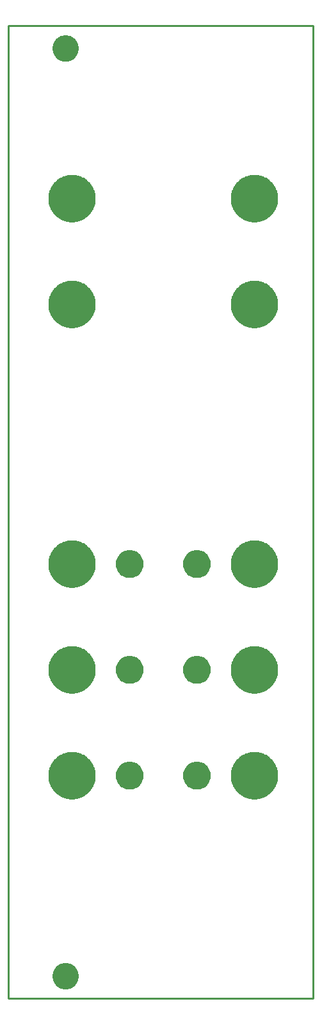
<source format=gbr>
G04 EAGLE Gerber RS-274X export*
G75*
%MOMM*%
%FSLAX34Y34*%
%LPD*%
%IN*%
%IPPOS*%
%AMOC8*
5,1,8,0,0,1.08239X$1,22.5*%
G01*
%ADD10C,3.200000*%
%ADD11C,6.000000*%
%ADD12C,3.400000*%
%ADD13C,0.254000*%


D10*
X75000Y1255000D03*
X75000Y30000D03*
D11*
X83458Y1056875D03*
X83458Y917175D03*
X83458Y574275D03*
X83458Y434575D03*
X83458Y294875D03*
X324758Y294875D03*
X324758Y434575D03*
X324758Y574275D03*
X324758Y917175D03*
X324758Y1056875D03*
D12*
X159658Y294875D03*
X248558Y294875D03*
X159658Y434575D03*
X248558Y434575D03*
X159658Y574275D03*
X248558Y574275D03*
D13*
X0Y0D02*
X403000Y0D01*
X403000Y1285000D01*
X0Y1285000D01*
X0Y0D01*
X91000Y1254476D02*
X91000Y1255524D01*
X90932Y1256569D01*
X90795Y1257608D01*
X90590Y1258635D01*
X90319Y1259647D01*
X89983Y1260639D01*
X89582Y1261607D01*
X89118Y1262546D01*
X88595Y1263454D01*
X88013Y1264325D01*
X87375Y1265156D01*
X86684Y1265943D01*
X85943Y1266684D01*
X85156Y1267375D01*
X84325Y1268013D01*
X83454Y1268595D01*
X82546Y1269118D01*
X81607Y1269582D01*
X80639Y1269983D01*
X79647Y1270319D01*
X78635Y1270590D01*
X77608Y1270795D01*
X76569Y1270932D01*
X75524Y1271000D01*
X74476Y1271000D01*
X73431Y1270932D01*
X72392Y1270795D01*
X71365Y1270590D01*
X70353Y1270319D01*
X69361Y1269983D01*
X68393Y1269582D01*
X67454Y1269118D01*
X66546Y1268595D01*
X65675Y1268013D01*
X64844Y1267375D01*
X64057Y1266684D01*
X63316Y1265943D01*
X62625Y1265156D01*
X61988Y1264325D01*
X61406Y1263454D01*
X60882Y1262546D01*
X60418Y1261607D01*
X60017Y1260639D01*
X59681Y1259647D01*
X59410Y1258635D01*
X59205Y1257608D01*
X59069Y1256569D01*
X59000Y1255524D01*
X59000Y1254476D01*
X59069Y1253431D01*
X59205Y1252392D01*
X59410Y1251365D01*
X59681Y1250353D01*
X60017Y1249361D01*
X60418Y1248393D01*
X60882Y1247454D01*
X61406Y1246546D01*
X61988Y1245675D01*
X62625Y1244844D01*
X63316Y1244057D01*
X64057Y1243316D01*
X64844Y1242625D01*
X65675Y1241988D01*
X66546Y1241406D01*
X67454Y1240882D01*
X68393Y1240418D01*
X69361Y1240017D01*
X70353Y1239681D01*
X71365Y1239410D01*
X72392Y1239205D01*
X73431Y1239069D01*
X74476Y1239000D01*
X75524Y1239000D01*
X76569Y1239069D01*
X77608Y1239205D01*
X78635Y1239410D01*
X79647Y1239681D01*
X80639Y1240017D01*
X81607Y1240418D01*
X82546Y1240882D01*
X83454Y1241406D01*
X84325Y1241988D01*
X85156Y1242625D01*
X85943Y1243316D01*
X86684Y1244057D01*
X87375Y1244844D01*
X88013Y1245675D01*
X88595Y1246546D01*
X89118Y1247454D01*
X89582Y1248393D01*
X89983Y1249361D01*
X90319Y1250353D01*
X90590Y1251365D01*
X90795Y1252392D01*
X90932Y1253431D01*
X91000Y1254476D01*
X91000Y29476D02*
X91000Y30524D01*
X90932Y31569D01*
X90795Y32608D01*
X90590Y33635D01*
X90319Y34647D01*
X89983Y35639D01*
X89582Y36607D01*
X89118Y37546D01*
X88595Y38454D01*
X88013Y39325D01*
X87375Y40156D01*
X86684Y40943D01*
X85943Y41684D01*
X85156Y42375D01*
X84325Y43013D01*
X83454Y43595D01*
X82546Y44118D01*
X81607Y44582D01*
X80639Y44983D01*
X79647Y45319D01*
X78635Y45590D01*
X77608Y45795D01*
X76569Y45932D01*
X75524Y46000D01*
X74476Y46000D01*
X73431Y45932D01*
X72392Y45795D01*
X71365Y45590D01*
X70353Y45319D01*
X69361Y44983D01*
X68393Y44582D01*
X67454Y44118D01*
X66546Y43595D01*
X65675Y43013D01*
X64844Y42375D01*
X64057Y41684D01*
X63316Y40943D01*
X62625Y40156D01*
X61988Y39325D01*
X61406Y38454D01*
X60882Y37546D01*
X60418Y36607D01*
X60017Y35639D01*
X59681Y34647D01*
X59410Y33635D01*
X59205Y32608D01*
X59069Y31569D01*
X59000Y30524D01*
X59000Y29476D01*
X59069Y28431D01*
X59205Y27392D01*
X59410Y26365D01*
X59681Y25353D01*
X60017Y24361D01*
X60418Y23393D01*
X60882Y22454D01*
X61406Y21546D01*
X61988Y20675D01*
X62625Y19844D01*
X63316Y19057D01*
X64057Y18316D01*
X64844Y17625D01*
X65675Y16988D01*
X66546Y16406D01*
X67454Y15882D01*
X68393Y15418D01*
X69361Y15017D01*
X70353Y14681D01*
X71365Y14410D01*
X72392Y14205D01*
X73431Y14069D01*
X74476Y14000D01*
X75524Y14000D01*
X76569Y14069D01*
X77608Y14205D01*
X78635Y14410D01*
X79647Y14681D01*
X80639Y15017D01*
X81607Y15418D01*
X82546Y15882D01*
X83454Y16406D01*
X84325Y16988D01*
X85156Y17625D01*
X85943Y18316D01*
X86684Y19057D01*
X87375Y19844D01*
X88013Y20675D01*
X88595Y21546D01*
X89118Y22454D01*
X89582Y23393D01*
X89983Y24361D01*
X90319Y25353D01*
X90590Y26365D01*
X90795Y27392D01*
X90932Y28431D01*
X91000Y29476D01*
X113458Y1056139D02*
X113458Y1057612D01*
X113385Y1059083D01*
X113241Y1060549D01*
X113025Y1062006D01*
X112738Y1063450D01*
X112380Y1064879D01*
X111952Y1066288D01*
X111456Y1067675D01*
X110892Y1069036D01*
X110263Y1070368D01*
X109568Y1071667D01*
X108811Y1072930D01*
X107993Y1074155D01*
X107115Y1075338D01*
X106181Y1076476D01*
X105192Y1077568D01*
X104150Y1078609D01*
X103059Y1079598D01*
X101920Y1080533D01*
X100737Y1081410D01*
X99512Y1082228D01*
X98249Y1082986D01*
X96950Y1083680D01*
X95619Y1084310D01*
X94258Y1084873D01*
X92871Y1085370D01*
X91461Y1085797D01*
X90033Y1086155D01*
X88588Y1086442D01*
X87131Y1086659D01*
X85665Y1086803D01*
X84194Y1086875D01*
X82721Y1086875D01*
X81250Y1086803D01*
X79784Y1086659D01*
X78327Y1086442D01*
X76883Y1086155D01*
X75454Y1085797D01*
X74044Y1085370D01*
X72658Y1084873D01*
X71297Y1084310D01*
X69965Y1083680D01*
X68666Y1082986D01*
X67403Y1082228D01*
X66178Y1081410D01*
X64995Y1080533D01*
X63857Y1079598D01*
X62765Y1078609D01*
X61724Y1077568D01*
X60735Y1076476D01*
X59800Y1075338D01*
X58923Y1074155D01*
X58104Y1072930D01*
X57347Y1071667D01*
X56653Y1070368D01*
X56023Y1069036D01*
X55459Y1067675D01*
X54963Y1066288D01*
X54536Y1064879D01*
X54178Y1063450D01*
X53890Y1062006D01*
X53674Y1060549D01*
X53530Y1059083D01*
X53458Y1057612D01*
X53458Y1056139D01*
X53530Y1054668D01*
X53674Y1053202D01*
X53890Y1051745D01*
X54178Y1050300D01*
X54536Y1048871D01*
X54963Y1047462D01*
X55459Y1046075D01*
X56023Y1044714D01*
X56653Y1043383D01*
X57347Y1042084D01*
X58104Y1040820D01*
X58923Y1039596D01*
X59800Y1038413D01*
X60735Y1037274D01*
X61724Y1036183D01*
X62765Y1035141D01*
X63857Y1034152D01*
X64995Y1033218D01*
X66178Y1032340D01*
X67403Y1031522D01*
X68666Y1030765D01*
X69965Y1030070D01*
X71297Y1029441D01*
X72658Y1028877D01*
X74044Y1028381D01*
X75454Y1027953D01*
X76883Y1027595D01*
X78327Y1027308D01*
X79784Y1027092D01*
X81250Y1026947D01*
X82721Y1026875D01*
X84194Y1026875D01*
X85665Y1026947D01*
X87131Y1027092D01*
X88588Y1027308D01*
X90033Y1027595D01*
X91461Y1027953D01*
X92871Y1028381D01*
X94258Y1028877D01*
X95619Y1029441D01*
X96950Y1030070D01*
X98249Y1030765D01*
X99512Y1031522D01*
X100737Y1032340D01*
X101920Y1033218D01*
X103059Y1034152D01*
X104150Y1035141D01*
X105192Y1036183D01*
X106181Y1037274D01*
X107115Y1038413D01*
X107993Y1039596D01*
X108811Y1040820D01*
X109568Y1042084D01*
X110263Y1043383D01*
X110892Y1044714D01*
X111456Y1046075D01*
X111952Y1047462D01*
X112380Y1048871D01*
X112738Y1050300D01*
X113025Y1051745D01*
X113241Y1053202D01*
X113385Y1054668D01*
X113458Y1056139D01*
X113458Y916439D02*
X113458Y917912D01*
X113385Y919383D01*
X113241Y920849D01*
X113025Y922306D01*
X112738Y923750D01*
X112380Y925179D01*
X111952Y926588D01*
X111456Y927975D01*
X110892Y929336D01*
X110263Y930668D01*
X109568Y931967D01*
X108811Y933230D01*
X107993Y934455D01*
X107115Y935638D01*
X106181Y936776D01*
X105192Y937868D01*
X104150Y938909D01*
X103059Y939898D01*
X101920Y940833D01*
X100737Y941710D01*
X99512Y942528D01*
X98249Y943286D01*
X96950Y943980D01*
X95619Y944610D01*
X94258Y945173D01*
X92871Y945670D01*
X91461Y946097D01*
X90033Y946455D01*
X88588Y946742D01*
X87131Y946959D01*
X85665Y947103D01*
X84194Y947175D01*
X82721Y947175D01*
X81250Y947103D01*
X79784Y946959D01*
X78327Y946742D01*
X76883Y946455D01*
X75454Y946097D01*
X74044Y945670D01*
X72658Y945173D01*
X71297Y944610D01*
X69965Y943980D01*
X68666Y943286D01*
X67403Y942528D01*
X66178Y941710D01*
X64995Y940833D01*
X63857Y939898D01*
X62765Y938909D01*
X61724Y937868D01*
X60735Y936776D01*
X59800Y935638D01*
X58923Y934455D01*
X58104Y933230D01*
X57347Y931967D01*
X56653Y930668D01*
X56023Y929336D01*
X55459Y927975D01*
X54963Y926588D01*
X54536Y925179D01*
X54178Y923750D01*
X53890Y922306D01*
X53674Y920849D01*
X53530Y919383D01*
X53458Y917912D01*
X53458Y916439D01*
X53530Y914968D01*
X53674Y913502D01*
X53890Y912045D01*
X54178Y910600D01*
X54536Y909171D01*
X54963Y907762D01*
X55459Y906375D01*
X56023Y905014D01*
X56653Y903683D01*
X57347Y902384D01*
X58104Y901120D01*
X58923Y899896D01*
X59800Y898713D01*
X60735Y897574D01*
X61724Y896483D01*
X62765Y895441D01*
X63857Y894452D01*
X64995Y893518D01*
X66178Y892640D01*
X67403Y891822D01*
X68666Y891065D01*
X69965Y890370D01*
X71297Y889741D01*
X72658Y889177D01*
X74044Y888681D01*
X75454Y888253D01*
X76883Y887895D01*
X78327Y887608D01*
X79784Y887392D01*
X81250Y887247D01*
X82721Y887175D01*
X84194Y887175D01*
X85665Y887247D01*
X87131Y887392D01*
X88588Y887608D01*
X90033Y887895D01*
X91461Y888253D01*
X92871Y888681D01*
X94258Y889177D01*
X95619Y889741D01*
X96950Y890370D01*
X98249Y891065D01*
X99512Y891822D01*
X100737Y892640D01*
X101920Y893518D01*
X103059Y894452D01*
X104150Y895441D01*
X105192Y896483D01*
X106181Y897574D01*
X107115Y898713D01*
X107993Y899896D01*
X108811Y901120D01*
X109568Y902384D01*
X110263Y903683D01*
X110892Y905014D01*
X111456Y906375D01*
X111952Y907762D01*
X112380Y909171D01*
X112738Y910600D01*
X113025Y912045D01*
X113241Y913502D01*
X113385Y914968D01*
X113458Y916439D01*
X113458Y573539D02*
X113458Y575012D01*
X113385Y576483D01*
X113241Y577949D01*
X113025Y579406D01*
X112738Y580850D01*
X112380Y582279D01*
X111952Y583688D01*
X111456Y585075D01*
X110892Y586436D01*
X110263Y587768D01*
X109568Y589067D01*
X108811Y590330D01*
X107993Y591555D01*
X107115Y592738D01*
X106181Y593876D01*
X105192Y594968D01*
X104150Y596009D01*
X103059Y596998D01*
X101920Y597933D01*
X100737Y598810D01*
X99512Y599628D01*
X98249Y600386D01*
X96950Y601080D01*
X95619Y601710D01*
X94258Y602273D01*
X92871Y602770D01*
X91461Y603197D01*
X90033Y603555D01*
X88588Y603842D01*
X87131Y604059D01*
X85665Y604203D01*
X84194Y604275D01*
X82721Y604275D01*
X81250Y604203D01*
X79784Y604059D01*
X78327Y603842D01*
X76883Y603555D01*
X75454Y603197D01*
X74044Y602770D01*
X72658Y602273D01*
X71297Y601710D01*
X69965Y601080D01*
X68666Y600386D01*
X67403Y599628D01*
X66178Y598810D01*
X64995Y597933D01*
X63857Y596998D01*
X62765Y596009D01*
X61724Y594968D01*
X60735Y593876D01*
X59800Y592738D01*
X58923Y591555D01*
X58104Y590330D01*
X57347Y589067D01*
X56653Y587768D01*
X56023Y586436D01*
X55459Y585075D01*
X54963Y583688D01*
X54536Y582279D01*
X54178Y580850D01*
X53890Y579406D01*
X53674Y577949D01*
X53530Y576483D01*
X53458Y575012D01*
X53458Y573539D01*
X53530Y572068D01*
X53674Y570602D01*
X53890Y569145D01*
X54178Y567700D01*
X54536Y566271D01*
X54963Y564862D01*
X55459Y563475D01*
X56023Y562114D01*
X56653Y560783D01*
X57347Y559484D01*
X58104Y558220D01*
X58923Y556996D01*
X59800Y555813D01*
X60735Y554674D01*
X61724Y553583D01*
X62765Y552541D01*
X63857Y551552D01*
X64995Y550618D01*
X66178Y549740D01*
X67403Y548922D01*
X68666Y548165D01*
X69965Y547470D01*
X71297Y546841D01*
X72658Y546277D01*
X74044Y545781D01*
X75454Y545353D01*
X76883Y544995D01*
X78327Y544708D01*
X79784Y544492D01*
X81250Y544347D01*
X82721Y544275D01*
X84194Y544275D01*
X85665Y544347D01*
X87131Y544492D01*
X88588Y544708D01*
X90033Y544995D01*
X91461Y545353D01*
X92871Y545781D01*
X94258Y546277D01*
X95619Y546841D01*
X96950Y547470D01*
X98249Y548165D01*
X99512Y548922D01*
X100737Y549740D01*
X101920Y550618D01*
X103059Y551552D01*
X104150Y552541D01*
X105192Y553583D01*
X106181Y554674D01*
X107115Y555813D01*
X107993Y556996D01*
X108811Y558220D01*
X109568Y559484D01*
X110263Y560783D01*
X110892Y562114D01*
X111456Y563475D01*
X111952Y564862D01*
X112380Y566271D01*
X112738Y567700D01*
X113025Y569145D01*
X113241Y570602D01*
X113385Y572068D01*
X113458Y573539D01*
X113458Y433839D02*
X113458Y435312D01*
X113385Y436783D01*
X113241Y438249D01*
X113025Y439706D01*
X112738Y441150D01*
X112380Y442579D01*
X111952Y443988D01*
X111456Y445375D01*
X110892Y446736D01*
X110263Y448068D01*
X109568Y449367D01*
X108811Y450630D01*
X107993Y451855D01*
X107115Y453038D01*
X106181Y454176D01*
X105192Y455268D01*
X104150Y456309D01*
X103059Y457298D01*
X101920Y458233D01*
X100737Y459110D01*
X99512Y459928D01*
X98249Y460686D01*
X96950Y461380D01*
X95619Y462010D01*
X94258Y462573D01*
X92871Y463070D01*
X91461Y463497D01*
X90033Y463855D01*
X88588Y464142D01*
X87131Y464359D01*
X85665Y464503D01*
X84194Y464575D01*
X82721Y464575D01*
X81250Y464503D01*
X79784Y464359D01*
X78327Y464142D01*
X76883Y463855D01*
X75454Y463497D01*
X74044Y463070D01*
X72658Y462573D01*
X71297Y462010D01*
X69965Y461380D01*
X68666Y460686D01*
X67403Y459928D01*
X66178Y459110D01*
X64995Y458233D01*
X63857Y457298D01*
X62765Y456309D01*
X61724Y455268D01*
X60735Y454176D01*
X59800Y453038D01*
X58923Y451855D01*
X58104Y450630D01*
X57347Y449367D01*
X56653Y448068D01*
X56023Y446736D01*
X55459Y445375D01*
X54963Y443988D01*
X54536Y442579D01*
X54178Y441150D01*
X53890Y439706D01*
X53674Y438249D01*
X53530Y436783D01*
X53458Y435312D01*
X53458Y433839D01*
X53530Y432368D01*
X53674Y430902D01*
X53890Y429445D01*
X54178Y428000D01*
X54536Y426571D01*
X54963Y425162D01*
X55459Y423775D01*
X56023Y422414D01*
X56653Y421083D01*
X57347Y419784D01*
X58104Y418520D01*
X58923Y417296D01*
X59800Y416113D01*
X60735Y414974D01*
X61724Y413883D01*
X62765Y412841D01*
X63857Y411852D01*
X64995Y410918D01*
X66178Y410040D01*
X67403Y409222D01*
X68666Y408465D01*
X69965Y407770D01*
X71297Y407141D01*
X72658Y406577D01*
X74044Y406081D01*
X75454Y405653D01*
X76883Y405295D01*
X78327Y405008D01*
X79784Y404792D01*
X81250Y404647D01*
X82721Y404575D01*
X84194Y404575D01*
X85665Y404647D01*
X87131Y404792D01*
X88588Y405008D01*
X90033Y405295D01*
X91461Y405653D01*
X92871Y406081D01*
X94258Y406577D01*
X95619Y407141D01*
X96950Y407770D01*
X98249Y408465D01*
X99512Y409222D01*
X100737Y410040D01*
X101920Y410918D01*
X103059Y411852D01*
X104150Y412841D01*
X105192Y413883D01*
X106181Y414974D01*
X107115Y416113D01*
X107993Y417296D01*
X108811Y418520D01*
X109568Y419784D01*
X110263Y421083D01*
X110892Y422414D01*
X111456Y423775D01*
X111952Y425162D01*
X112380Y426571D01*
X112738Y428000D01*
X113025Y429445D01*
X113241Y430902D01*
X113385Y432368D01*
X113458Y433839D01*
X113458Y294139D02*
X113458Y295612D01*
X113385Y297083D01*
X113241Y298549D01*
X113025Y300006D01*
X112738Y301450D01*
X112380Y302879D01*
X111952Y304288D01*
X111456Y305675D01*
X110892Y307036D01*
X110263Y308368D01*
X109568Y309667D01*
X108811Y310930D01*
X107993Y312155D01*
X107115Y313338D01*
X106181Y314476D01*
X105192Y315568D01*
X104150Y316609D01*
X103059Y317598D01*
X101920Y318533D01*
X100737Y319410D01*
X99512Y320228D01*
X98249Y320986D01*
X96950Y321680D01*
X95619Y322310D01*
X94258Y322873D01*
X92871Y323370D01*
X91461Y323797D01*
X90033Y324155D01*
X88588Y324442D01*
X87131Y324659D01*
X85665Y324803D01*
X84194Y324875D01*
X82721Y324875D01*
X81250Y324803D01*
X79784Y324659D01*
X78327Y324442D01*
X76883Y324155D01*
X75454Y323797D01*
X74044Y323370D01*
X72658Y322873D01*
X71297Y322310D01*
X69965Y321680D01*
X68666Y320986D01*
X67403Y320228D01*
X66178Y319410D01*
X64995Y318533D01*
X63857Y317598D01*
X62765Y316609D01*
X61724Y315568D01*
X60735Y314476D01*
X59800Y313338D01*
X58923Y312155D01*
X58104Y310930D01*
X57347Y309667D01*
X56653Y308368D01*
X56023Y307036D01*
X55459Y305675D01*
X54963Y304288D01*
X54536Y302879D01*
X54178Y301450D01*
X53890Y300006D01*
X53674Y298549D01*
X53530Y297083D01*
X53458Y295612D01*
X53458Y294139D01*
X53530Y292668D01*
X53674Y291202D01*
X53890Y289745D01*
X54178Y288300D01*
X54536Y286871D01*
X54963Y285462D01*
X55459Y284075D01*
X56023Y282714D01*
X56653Y281383D01*
X57347Y280084D01*
X58104Y278820D01*
X58923Y277596D01*
X59800Y276413D01*
X60735Y275274D01*
X61724Y274183D01*
X62765Y273141D01*
X63857Y272152D01*
X64995Y271218D01*
X66178Y270340D01*
X67403Y269522D01*
X68666Y268765D01*
X69965Y268070D01*
X71297Y267441D01*
X72658Y266877D01*
X74044Y266381D01*
X75454Y265953D01*
X76883Y265595D01*
X78327Y265308D01*
X79784Y265092D01*
X81250Y264947D01*
X82721Y264875D01*
X84194Y264875D01*
X85665Y264947D01*
X87131Y265092D01*
X88588Y265308D01*
X90033Y265595D01*
X91461Y265953D01*
X92871Y266381D01*
X94258Y266877D01*
X95619Y267441D01*
X96950Y268070D01*
X98249Y268765D01*
X99512Y269522D01*
X100737Y270340D01*
X101920Y271218D01*
X103059Y272152D01*
X104150Y273141D01*
X105192Y274183D01*
X106181Y275274D01*
X107115Y276413D01*
X107993Y277596D01*
X108811Y278820D01*
X109568Y280084D01*
X110263Y281383D01*
X110892Y282714D01*
X111456Y284075D01*
X111952Y285462D01*
X112380Y286871D01*
X112738Y288300D01*
X113025Y289745D01*
X113241Y291202D01*
X113385Y292668D01*
X113458Y294139D01*
X354758Y294139D02*
X354758Y295612D01*
X354685Y297083D01*
X354541Y298549D01*
X354325Y300006D01*
X354038Y301450D01*
X353680Y302879D01*
X353252Y304288D01*
X352756Y305675D01*
X352192Y307036D01*
X351563Y308368D01*
X350868Y309667D01*
X350111Y310930D01*
X349293Y312155D01*
X348415Y313338D01*
X347481Y314476D01*
X346492Y315568D01*
X345450Y316609D01*
X344359Y317598D01*
X343220Y318533D01*
X342037Y319410D01*
X340812Y320228D01*
X339549Y320986D01*
X338250Y321680D01*
X336919Y322310D01*
X335558Y322873D01*
X334171Y323370D01*
X332761Y323797D01*
X331333Y324155D01*
X329888Y324442D01*
X328431Y324659D01*
X326965Y324803D01*
X325494Y324875D01*
X324021Y324875D01*
X322550Y324803D01*
X321084Y324659D01*
X319627Y324442D01*
X318183Y324155D01*
X316754Y323797D01*
X315344Y323370D01*
X313958Y322873D01*
X312597Y322310D01*
X311265Y321680D01*
X309966Y320986D01*
X308703Y320228D01*
X307478Y319410D01*
X306295Y318533D01*
X305157Y317598D01*
X304065Y316609D01*
X303024Y315568D01*
X302035Y314476D01*
X301100Y313338D01*
X300223Y312155D01*
X299404Y310930D01*
X298647Y309667D01*
X297953Y308368D01*
X297323Y307036D01*
X296759Y305675D01*
X296263Y304288D01*
X295836Y302879D01*
X295478Y301450D01*
X295190Y300006D01*
X294974Y298549D01*
X294830Y297083D01*
X294758Y295612D01*
X294758Y294139D01*
X294830Y292668D01*
X294974Y291202D01*
X295190Y289745D01*
X295478Y288300D01*
X295836Y286871D01*
X296263Y285462D01*
X296759Y284075D01*
X297323Y282714D01*
X297953Y281383D01*
X298647Y280084D01*
X299404Y278820D01*
X300223Y277596D01*
X301100Y276413D01*
X302035Y275274D01*
X303024Y274183D01*
X304065Y273141D01*
X305157Y272152D01*
X306295Y271218D01*
X307478Y270340D01*
X308703Y269522D01*
X309966Y268765D01*
X311265Y268070D01*
X312597Y267441D01*
X313958Y266877D01*
X315344Y266381D01*
X316754Y265953D01*
X318183Y265595D01*
X319627Y265308D01*
X321084Y265092D01*
X322550Y264947D01*
X324021Y264875D01*
X325494Y264875D01*
X326965Y264947D01*
X328431Y265092D01*
X329888Y265308D01*
X331333Y265595D01*
X332761Y265953D01*
X334171Y266381D01*
X335558Y266877D01*
X336919Y267441D01*
X338250Y268070D01*
X339549Y268765D01*
X340812Y269522D01*
X342037Y270340D01*
X343220Y271218D01*
X344359Y272152D01*
X345450Y273141D01*
X346492Y274183D01*
X347481Y275274D01*
X348415Y276413D01*
X349293Y277596D01*
X350111Y278820D01*
X350868Y280084D01*
X351563Y281383D01*
X352192Y282714D01*
X352756Y284075D01*
X353252Y285462D01*
X353680Y286871D01*
X354038Y288300D01*
X354325Y289745D01*
X354541Y291202D01*
X354685Y292668D01*
X354758Y294139D01*
X354758Y433839D02*
X354758Y435312D01*
X354685Y436783D01*
X354541Y438249D01*
X354325Y439706D01*
X354038Y441150D01*
X353680Y442579D01*
X353252Y443988D01*
X352756Y445375D01*
X352192Y446736D01*
X351563Y448068D01*
X350868Y449367D01*
X350111Y450630D01*
X349293Y451855D01*
X348415Y453038D01*
X347481Y454176D01*
X346492Y455268D01*
X345450Y456309D01*
X344359Y457298D01*
X343220Y458233D01*
X342037Y459110D01*
X340812Y459928D01*
X339549Y460686D01*
X338250Y461380D01*
X336919Y462010D01*
X335558Y462573D01*
X334171Y463070D01*
X332761Y463497D01*
X331333Y463855D01*
X329888Y464142D01*
X328431Y464359D01*
X326965Y464503D01*
X325494Y464575D01*
X324021Y464575D01*
X322550Y464503D01*
X321084Y464359D01*
X319627Y464142D01*
X318183Y463855D01*
X316754Y463497D01*
X315344Y463070D01*
X313958Y462573D01*
X312597Y462010D01*
X311265Y461380D01*
X309966Y460686D01*
X308703Y459928D01*
X307478Y459110D01*
X306295Y458233D01*
X305157Y457298D01*
X304065Y456309D01*
X303024Y455268D01*
X302035Y454176D01*
X301100Y453038D01*
X300223Y451855D01*
X299404Y450630D01*
X298647Y449367D01*
X297953Y448068D01*
X297323Y446736D01*
X296759Y445375D01*
X296263Y443988D01*
X295836Y442579D01*
X295478Y441150D01*
X295190Y439706D01*
X294974Y438249D01*
X294830Y436783D01*
X294758Y435312D01*
X294758Y433839D01*
X294830Y432368D01*
X294974Y430902D01*
X295190Y429445D01*
X295478Y428000D01*
X295836Y426571D01*
X296263Y425162D01*
X296759Y423775D01*
X297323Y422414D01*
X297953Y421083D01*
X298647Y419784D01*
X299404Y418520D01*
X300223Y417296D01*
X301100Y416113D01*
X302035Y414974D01*
X303024Y413883D01*
X304065Y412841D01*
X305157Y411852D01*
X306295Y410918D01*
X307478Y410040D01*
X308703Y409222D01*
X309966Y408465D01*
X311265Y407770D01*
X312597Y407141D01*
X313958Y406577D01*
X315344Y406081D01*
X316754Y405653D01*
X318183Y405295D01*
X319627Y405008D01*
X321084Y404792D01*
X322550Y404647D01*
X324021Y404575D01*
X325494Y404575D01*
X326965Y404647D01*
X328431Y404792D01*
X329888Y405008D01*
X331333Y405295D01*
X332761Y405653D01*
X334171Y406081D01*
X335558Y406577D01*
X336919Y407141D01*
X338250Y407770D01*
X339549Y408465D01*
X340812Y409222D01*
X342037Y410040D01*
X343220Y410918D01*
X344359Y411852D01*
X345450Y412841D01*
X346492Y413883D01*
X347481Y414974D01*
X348415Y416113D01*
X349293Y417296D01*
X350111Y418520D01*
X350868Y419784D01*
X351563Y421083D01*
X352192Y422414D01*
X352756Y423775D01*
X353252Y425162D01*
X353680Y426571D01*
X354038Y428000D01*
X354325Y429445D01*
X354541Y430902D01*
X354685Y432368D01*
X354758Y433839D01*
X354758Y573539D02*
X354758Y575012D01*
X354685Y576483D01*
X354541Y577949D01*
X354325Y579406D01*
X354038Y580850D01*
X353680Y582279D01*
X353252Y583688D01*
X352756Y585075D01*
X352192Y586436D01*
X351563Y587768D01*
X350868Y589067D01*
X350111Y590330D01*
X349293Y591555D01*
X348415Y592738D01*
X347481Y593876D01*
X346492Y594968D01*
X345450Y596009D01*
X344359Y596998D01*
X343220Y597933D01*
X342037Y598810D01*
X340812Y599628D01*
X339549Y600386D01*
X338250Y601080D01*
X336919Y601710D01*
X335558Y602273D01*
X334171Y602770D01*
X332761Y603197D01*
X331333Y603555D01*
X329888Y603842D01*
X328431Y604059D01*
X326965Y604203D01*
X325494Y604275D01*
X324021Y604275D01*
X322550Y604203D01*
X321084Y604059D01*
X319627Y603842D01*
X318183Y603555D01*
X316754Y603197D01*
X315344Y602770D01*
X313958Y602273D01*
X312597Y601710D01*
X311265Y601080D01*
X309966Y600386D01*
X308703Y599628D01*
X307478Y598810D01*
X306295Y597933D01*
X305157Y596998D01*
X304065Y596009D01*
X303024Y594968D01*
X302035Y593876D01*
X301100Y592738D01*
X300223Y591555D01*
X299404Y590330D01*
X298647Y589067D01*
X297953Y587768D01*
X297323Y586436D01*
X296759Y585075D01*
X296263Y583688D01*
X295836Y582279D01*
X295478Y580850D01*
X295190Y579406D01*
X294974Y577949D01*
X294830Y576483D01*
X294758Y575012D01*
X294758Y573539D01*
X294830Y572068D01*
X294974Y570602D01*
X295190Y569145D01*
X295478Y567700D01*
X295836Y566271D01*
X296263Y564862D01*
X296759Y563475D01*
X297323Y562114D01*
X297953Y560783D01*
X298647Y559484D01*
X299404Y558220D01*
X300223Y556996D01*
X301100Y555813D01*
X302035Y554674D01*
X303024Y553583D01*
X304065Y552541D01*
X305157Y551552D01*
X306295Y550618D01*
X307478Y549740D01*
X308703Y548922D01*
X309966Y548165D01*
X311265Y547470D01*
X312597Y546841D01*
X313958Y546277D01*
X315344Y545781D01*
X316754Y545353D01*
X318183Y544995D01*
X319627Y544708D01*
X321084Y544492D01*
X322550Y544347D01*
X324021Y544275D01*
X325494Y544275D01*
X326965Y544347D01*
X328431Y544492D01*
X329888Y544708D01*
X331333Y544995D01*
X332761Y545353D01*
X334171Y545781D01*
X335558Y546277D01*
X336919Y546841D01*
X338250Y547470D01*
X339549Y548165D01*
X340812Y548922D01*
X342037Y549740D01*
X343220Y550618D01*
X344359Y551552D01*
X345450Y552541D01*
X346492Y553583D01*
X347481Y554674D01*
X348415Y555813D01*
X349293Y556996D01*
X350111Y558220D01*
X350868Y559484D01*
X351563Y560783D01*
X352192Y562114D01*
X352756Y563475D01*
X353252Y564862D01*
X353680Y566271D01*
X354038Y567700D01*
X354325Y569145D01*
X354541Y570602D01*
X354685Y572068D01*
X354758Y573539D01*
X354758Y916439D02*
X354758Y917912D01*
X354685Y919383D01*
X354541Y920849D01*
X354325Y922306D01*
X354038Y923750D01*
X353680Y925179D01*
X353252Y926588D01*
X352756Y927975D01*
X352192Y929336D01*
X351563Y930668D01*
X350868Y931967D01*
X350111Y933230D01*
X349293Y934455D01*
X348415Y935638D01*
X347481Y936776D01*
X346492Y937868D01*
X345450Y938909D01*
X344359Y939898D01*
X343220Y940833D01*
X342037Y941710D01*
X340812Y942528D01*
X339549Y943286D01*
X338250Y943980D01*
X336919Y944610D01*
X335558Y945173D01*
X334171Y945670D01*
X332761Y946097D01*
X331333Y946455D01*
X329888Y946742D01*
X328431Y946959D01*
X326965Y947103D01*
X325494Y947175D01*
X324021Y947175D01*
X322550Y947103D01*
X321084Y946959D01*
X319627Y946742D01*
X318183Y946455D01*
X316754Y946097D01*
X315344Y945670D01*
X313958Y945173D01*
X312597Y944610D01*
X311265Y943980D01*
X309966Y943286D01*
X308703Y942528D01*
X307478Y941710D01*
X306295Y940833D01*
X305157Y939898D01*
X304065Y938909D01*
X303024Y937868D01*
X302035Y936776D01*
X301100Y935638D01*
X300223Y934455D01*
X299404Y933230D01*
X298647Y931967D01*
X297953Y930668D01*
X297323Y929336D01*
X296759Y927975D01*
X296263Y926588D01*
X295836Y925179D01*
X295478Y923750D01*
X295190Y922306D01*
X294974Y920849D01*
X294830Y919383D01*
X294758Y917912D01*
X294758Y916439D01*
X294830Y914968D01*
X294974Y913502D01*
X295190Y912045D01*
X295478Y910600D01*
X295836Y909171D01*
X296263Y907762D01*
X296759Y906375D01*
X297323Y905014D01*
X297953Y903683D01*
X298647Y902384D01*
X299404Y901120D01*
X300223Y899896D01*
X301100Y898713D01*
X302035Y897574D01*
X303024Y896483D01*
X304065Y895441D01*
X305157Y894452D01*
X306295Y893518D01*
X307478Y892640D01*
X308703Y891822D01*
X309966Y891065D01*
X311265Y890370D01*
X312597Y889741D01*
X313958Y889177D01*
X315344Y888681D01*
X316754Y888253D01*
X318183Y887895D01*
X319627Y887608D01*
X321084Y887392D01*
X322550Y887247D01*
X324021Y887175D01*
X325494Y887175D01*
X326965Y887247D01*
X328431Y887392D01*
X329888Y887608D01*
X331333Y887895D01*
X332761Y888253D01*
X334171Y888681D01*
X335558Y889177D01*
X336919Y889741D01*
X338250Y890370D01*
X339549Y891065D01*
X340812Y891822D01*
X342037Y892640D01*
X343220Y893518D01*
X344359Y894452D01*
X345450Y895441D01*
X346492Y896483D01*
X347481Y897574D01*
X348415Y898713D01*
X349293Y899896D01*
X350111Y901120D01*
X350868Y902384D01*
X351563Y903683D01*
X352192Y905014D01*
X352756Y906375D01*
X353252Y907762D01*
X353680Y909171D01*
X354038Y910600D01*
X354325Y912045D01*
X354541Y913502D01*
X354685Y914968D01*
X354758Y916439D01*
X354758Y1056139D02*
X354758Y1057612D01*
X354685Y1059083D01*
X354541Y1060549D01*
X354325Y1062006D01*
X354038Y1063450D01*
X353680Y1064879D01*
X353252Y1066288D01*
X352756Y1067675D01*
X352192Y1069036D01*
X351563Y1070368D01*
X350868Y1071667D01*
X350111Y1072930D01*
X349293Y1074155D01*
X348415Y1075338D01*
X347481Y1076476D01*
X346492Y1077568D01*
X345450Y1078609D01*
X344359Y1079598D01*
X343220Y1080533D01*
X342037Y1081410D01*
X340812Y1082228D01*
X339549Y1082986D01*
X338250Y1083680D01*
X336919Y1084310D01*
X335558Y1084873D01*
X334171Y1085370D01*
X332761Y1085797D01*
X331333Y1086155D01*
X329888Y1086442D01*
X328431Y1086659D01*
X326965Y1086803D01*
X325494Y1086875D01*
X324021Y1086875D01*
X322550Y1086803D01*
X321084Y1086659D01*
X319627Y1086442D01*
X318183Y1086155D01*
X316754Y1085797D01*
X315344Y1085370D01*
X313958Y1084873D01*
X312597Y1084310D01*
X311265Y1083680D01*
X309966Y1082986D01*
X308703Y1082228D01*
X307478Y1081410D01*
X306295Y1080533D01*
X305157Y1079598D01*
X304065Y1078609D01*
X303024Y1077568D01*
X302035Y1076476D01*
X301100Y1075338D01*
X300223Y1074155D01*
X299404Y1072930D01*
X298647Y1071667D01*
X297953Y1070368D01*
X297323Y1069036D01*
X296759Y1067675D01*
X296263Y1066288D01*
X295836Y1064879D01*
X295478Y1063450D01*
X295190Y1062006D01*
X294974Y1060549D01*
X294830Y1059083D01*
X294758Y1057612D01*
X294758Y1056139D01*
X294830Y1054668D01*
X294974Y1053202D01*
X295190Y1051745D01*
X295478Y1050300D01*
X295836Y1048871D01*
X296263Y1047462D01*
X296759Y1046075D01*
X297323Y1044714D01*
X297953Y1043383D01*
X298647Y1042084D01*
X299404Y1040820D01*
X300223Y1039596D01*
X301100Y1038413D01*
X302035Y1037274D01*
X303024Y1036183D01*
X304065Y1035141D01*
X305157Y1034152D01*
X306295Y1033218D01*
X307478Y1032340D01*
X308703Y1031522D01*
X309966Y1030765D01*
X311265Y1030070D01*
X312597Y1029441D01*
X313958Y1028877D01*
X315344Y1028381D01*
X316754Y1027953D01*
X318183Y1027595D01*
X319627Y1027308D01*
X321084Y1027092D01*
X322550Y1026947D01*
X324021Y1026875D01*
X325494Y1026875D01*
X326965Y1026947D01*
X328431Y1027092D01*
X329888Y1027308D01*
X331333Y1027595D01*
X332761Y1027953D01*
X334171Y1028381D01*
X335558Y1028877D01*
X336919Y1029441D01*
X338250Y1030070D01*
X339549Y1030765D01*
X340812Y1031522D01*
X342037Y1032340D01*
X343220Y1033218D01*
X344359Y1034152D01*
X345450Y1035141D01*
X346492Y1036183D01*
X347481Y1037274D01*
X348415Y1038413D01*
X349293Y1039596D01*
X350111Y1040820D01*
X350868Y1042084D01*
X351563Y1043383D01*
X352192Y1044714D01*
X352756Y1046075D01*
X353252Y1047462D01*
X353680Y1048871D01*
X354038Y1050300D01*
X354325Y1051745D01*
X354541Y1053202D01*
X354685Y1054668D01*
X354758Y1056139D01*
X176658Y294319D02*
X176658Y295432D01*
X176585Y296542D01*
X176440Y297646D01*
X176222Y298738D01*
X175934Y299813D01*
X175577Y300867D01*
X175151Y301895D01*
X174658Y302893D01*
X174102Y303857D01*
X173483Y304783D01*
X172806Y305666D01*
X172072Y306502D01*
X171285Y307290D01*
X170448Y308023D01*
X169565Y308701D01*
X168640Y309319D01*
X167676Y309876D01*
X166677Y310368D01*
X165649Y310794D01*
X164595Y311152D01*
X163520Y311440D01*
X162428Y311657D01*
X161325Y311802D01*
X160214Y311875D01*
X159101Y311875D01*
X157991Y311802D01*
X156887Y311657D01*
X155795Y311440D01*
X154720Y311152D01*
X153666Y310794D01*
X152638Y310368D01*
X151640Y309876D01*
X150676Y309319D01*
X149750Y308701D01*
X148867Y308023D01*
X148030Y307290D01*
X147243Y306502D01*
X146509Y305666D01*
X145832Y304783D01*
X145214Y303857D01*
X144657Y302893D01*
X144165Y301895D01*
X143739Y300867D01*
X143381Y299813D01*
X143093Y298738D01*
X142876Y297646D01*
X142730Y296542D01*
X142658Y295432D01*
X142658Y294319D01*
X142730Y293208D01*
X142876Y292104D01*
X143093Y291013D01*
X143381Y289938D01*
X143739Y288884D01*
X144165Y287855D01*
X144657Y286857D01*
X145214Y285893D01*
X145832Y284968D01*
X146509Y284085D01*
X147243Y283248D01*
X148030Y282461D01*
X148867Y281727D01*
X149750Y281049D01*
X150676Y280431D01*
X151640Y279875D01*
X152638Y279382D01*
X153666Y278956D01*
X154720Y278599D01*
X155795Y278310D01*
X156887Y278093D01*
X157991Y277948D01*
X159101Y277875D01*
X160214Y277875D01*
X161325Y277948D01*
X162428Y278093D01*
X163520Y278310D01*
X164595Y278599D01*
X165649Y278956D01*
X166677Y279382D01*
X167676Y279875D01*
X168640Y280431D01*
X169565Y281049D01*
X170448Y281727D01*
X171285Y282461D01*
X172072Y283248D01*
X172806Y284085D01*
X173483Y284968D01*
X174102Y285893D01*
X174658Y286857D01*
X175151Y287855D01*
X175577Y288884D01*
X175934Y289938D01*
X176222Y291013D01*
X176440Y292104D01*
X176585Y293208D01*
X176658Y294319D01*
X265558Y294319D02*
X265558Y295432D01*
X265485Y296542D01*
X265340Y297646D01*
X265122Y298738D01*
X264834Y299813D01*
X264477Y300867D01*
X264051Y301895D01*
X263558Y302893D01*
X263002Y303857D01*
X262383Y304783D01*
X261706Y305666D01*
X260972Y306502D01*
X260185Y307290D01*
X259348Y308023D01*
X258465Y308701D01*
X257540Y309319D01*
X256576Y309876D01*
X255577Y310368D01*
X254549Y310794D01*
X253495Y311152D01*
X252420Y311440D01*
X251328Y311657D01*
X250225Y311802D01*
X249114Y311875D01*
X248001Y311875D01*
X246891Y311802D01*
X245787Y311657D01*
X244695Y311440D01*
X243620Y311152D01*
X242566Y310794D01*
X241538Y310368D01*
X240540Y309876D01*
X239576Y309319D01*
X238650Y308701D01*
X237767Y308023D01*
X236930Y307290D01*
X236143Y306502D01*
X235409Y305666D01*
X234732Y304783D01*
X234114Y303857D01*
X233557Y302893D01*
X233065Y301895D01*
X232639Y300867D01*
X232281Y299813D01*
X231993Y298738D01*
X231776Y297646D01*
X231630Y296542D01*
X231558Y295432D01*
X231558Y294319D01*
X231630Y293208D01*
X231776Y292104D01*
X231993Y291013D01*
X232281Y289938D01*
X232639Y288884D01*
X233065Y287855D01*
X233557Y286857D01*
X234114Y285893D01*
X234732Y284968D01*
X235409Y284085D01*
X236143Y283248D01*
X236930Y282461D01*
X237767Y281727D01*
X238650Y281049D01*
X239576Y280431D01*
X240540Y279875D01*
X241538Y279382D01*
X242566Y278956D01*
X243620Y278599D01*
X244695Y278310D01*
X245787Y278093D01*
X246891Y277948D01*
X248001Y277875D01*
X249114Y277875D01*
X250225Y277948D01*
X251328Y278093D01*
X252420Y278310D01*
X253495Y278599D01*
X254549Y278956D01*
X255577Y279382D01*
X256576Y279875D01*
X257540Y280431D01*
X258465Y281049D01*
X259348Y281727D01*
X260185Y282461D01*
X260972Y283248D01*
X261706Y284085D01*
X262383Y284968D01*
X263002Y285893D01*
X263558Y286857D01*
X264051Y287855D01*
X264477Y288884D01*
X264834Y289938D01*
X265122Y291013D01*
X265340Y292104D01*
X265485Y293208D01*
X265558Y294319D01*
X176658Y434019D02*
X176658Y435132D01*
X176585Y436242D01*
X176440Y437346D01*
X176222Y438438D01*
X175934Y439513D01*
X175577Y440567D01*
X175151Y441595D01*
X174658Y442593D01*
X174102Y443557D01*
X173483Y444483D01*
X172806Y445366D01*
X172072Y446202D01*
X171285Y446990D01*
X170448Y447723D01*
X169565Y448401D01*
X168640Y449019D01*
X167676Y449576D01*
X166677Y450068D01*
X165649Y450494D01*
X164595Y450852D01*
X163520Y451140D01*
X162428Y451357D01*
X161325Y451502D01*
X160214Y451575D01*
X159101Y451575D01*
X157991Y451502D01*
X156887Y451357D01*
X155795Y451140D01*
X154720Y450852D01*
X153666Y450494D01*
X152638Y450068D01*
X151640Y449576D01*
X150676Y449019D01*
X149750Y448401D01*
X148867Y447723D01*
X148030Y446990D01*
X147243Y446202D01*
X146509Y445366D01*
X145832Y444483D01*
X145214Y443557D01*
X144657Y442593D01*
X144165Y441595D01*
X143739Y440567D01*
X143381Y439513D01*
X143093Y438438D01*
X142876Y437346D01*
X142730Y436242D01*
X142658Y435132D01*
X142658Y434019D01*
X142730Y432908D01*
X142876Y431804D01*
X143093Y430713D01*
X143381Y429638D01*
X143739Y428584D01*
X144165Y427555D01*
X144657Y426557D01*
X145214Y425593D01*
X145832Y424668D01*
X146509Y423785D01*
X147243Y422948D01*
X148030Y422161D01*
X148867Y421427D01*
X149750Y420749D01*
X150676Y420131D01*
X151640Y419575D01*
X152638Y419082D01*
X153666Y418656D01*
X154720Y418299D01*
X155795Y418010D01*
X156887Y417793D01*
X157991Y417648D01*
X159101Y417575D01*
X160214Y417575D01*
X161325Y417648D01*
X162428Y417793D01*
X163520Y418010D01*
X164595Y418299D01*
X165649Y418656D01*
X166677Y419082D01*
X167676Y419575D01*
X168640Y420131D01*
X169565Y420749D01*
X170448Y421427D01*
X171285Y422161D01*
X172072Y422948D01*
X172806Y423785D01*
X173483Y424668D01*
X174102Y425593D01*
X174658Y426557D01*
X175151Y427555D01*
X175577Y428584D01*
X175934Y429638D01*
X176222Y430713D01*
X176440Y431804D01*
X176585Y432908D01*
X176658Y434019D01*
X265558Y434019D02*
X265558Y435132D01*
X265485Y436242D01*
X265340Y437346D01*
X265122Y438438D01*
X264834Y439513D01*
X264477Y440567D01*
X264051Y441595D01*
X263558Y442593D01*
X263002Y443557D01*
X262383Y444483D01*
X261706Y445366D01*
X260972Y446202D01*
X260185Y446990D01*
X259348Y447723D01*
X258465Y448401D01*
X257540Y449019D01*
X256576Y449576D01*
X255577Y450068D01*
X254549Y450494D01*
X253495Y450852D01*
X252420Y451140D01*
X251328Y451357D01*
X250225Y451502D01*
X249114Y451575D01*
X248001Y451575D01*
X246891Y451502D01*
X245787Y451357D01*
X244695Y451140D01*
X243620Y450852D01*
X242566Y450494D01*
X241538Y450068D01*
X240540Y449576D01*
X239576Y449019D01*
X238650Y448401D01*
X237767Y447723D01*
X236930Y446990D01*
X236143Y446202D01*
X235409Y445366D01*
X234732Y444483D01*
X234114Y443557D01*
X233557Y442593D01*
X233065Y441595D01*
X232639Y440567D01*
X232281Y439513D01*
X231993Y438438D01*
X231776Y437346D01*
X231630Y436242D01*
X231558Y435132D01*
X231558Y434019D01*
X231630Y432908D01*
X231776Y431804D01*
X231993Y430713D01*
X232281Y429638D01*
X232639Y428584D01*
X233065Y427555D01*
X233557Y426557D01*
X234114Y425593D01*
X234732Y424668D01*
X235409Y423785D01*
X236143Y422948D01*
X236930Y422161D01*
X237767Y421427D01*
X238650Y420749D01*
X239576Y420131D01*
X240540Y419575D01*
X241538Y419082D01*
X242566Y418656D01*
X243620Y418299D01*
X244695Y418010D01*
X245787Y417793D01*
X246891Y417648D01*
X248001Y417575D01*
X249114Y417575D01*
X250225Y417648D01*
X251328Y417793D01*
X252420Y418010D01*
X253495Y418299D01*
X254549Y418656D01*
X255577Y419082D01*
X256576Y419575D01*
X257540Y420131D01*
X258465Y420749D01*
X259348Y421427D01*
X260185Y422161D01*
X260972Y422948D01*
X261706Y423785D01*
X262383Y424668D01*
X263002Y425593D01*
X263558Y426557D01*
X264051Y427555D01*
X264477Y428584D01*
X264834Y429638D01*
X265122Y430713D01*
X265340Y431804D01*
X265485Y432908D01*
X265558Y434019D01*
X176658Y573719D02*
X176658Y574832D01*
X176585Y575942D01*
X176440Y577046D01*
X176222Y578138D01*
X175934Y579213D01*
X175577Y580267D01*
X175151Y581295D01*
X174658Y582293D01*
X174102Y583257D01*
X173483Y584183D01*
X172806Y585066D01*
X172072Y585902D01*
X171285Y586690D01*
X170448Y587423D01*
X169565Y588101D01*
X168640Y588719D01*
X167676Y589276D01*
X166677Y589768D01*
X165649Y590194D01*
X164595Y590552D01*
X163520Y590840D01*
X162428Y591057D01*
X161325Y591202D01*
X160214Y591275D01*
X159101Y591275D01*
X157991Y591202D01*
X156887Y591057D01*
X155795Y590840D01*
X154720Y590552D01*
X153666Y590194D01*
X152638Y589768D01*
X151640Y589276D01*
X150676Y588719D01*
X149750Y588101D01*
X148867Y587423D01*
X148030Y586690D01*
X147243Y585902D01*
X146509Y585066D01*
X145832Y584183D01*
X145214Y583257D01*
X144657Y582293D01*
X144165Y581295D01*
X143739Y580267D01*
X143381Y579213D01*
X143093Y578138D01*
X142876Y577046D01*
X142730Y575942D01*
X142658Y574832D01*
X142658Y573719D01*
X142730Y572608D01*
X142876Y571504D01*
X143093Y570413D01*
X143381Y569338D01*
X143739Y568284D01*
X144165Y567255D01*
X144657Y566257D01*
X145214Y565293D01*
X145832Y564368D01*
X146509Y563485D01*
X147243Y562648D01*
X148030Y561861D01*
X148867Y561127D01*
X149750Y560449D01*
X150676Y559831D01*
X151640Y559275D01*
X152638Y558782D01*
X153666Y558356D01*
X154720Y557999D01*
X155795Y557710D01*
X156887Y557493D01*
X157991Y557348D01*
X159101Y557275D01*
X160214Y557275D01*
X161325Y557348D01*
X162428Y557493D01*
X163520Y557710D01*
X164595Y557999D01*
X165649Y558356D01*
X166677Y558782D01*
X167676Y559275D01*
X168640Y559831D01*
X169565Y560449D01*
X170448Y561127D01*
X171285Y561861D01*
X172072Y562648D01*
X172806Y563485D01*
X173483Y564368D01*
X174102Y565293D01*
X174658Y566257D01*
X175151Y567255D01*
X175577Y568284D01*
X175934Y569338D01*
X176222Y570413D01*
X176440Y571504D01*
X176585Y572608D01*
X176658Y573719D01*
X265558Y573719D02*
X265558Y574832D01*
X265485Y575942D01*
X265340Y577046D01*
X265122Y578138D01*
X264834Y579213D01*
X264477Y580267D01*
X264051Y581295D01*
X263558Y582293D01*
X263002Y583257D01*
X262383Y584183D01*
X261706Y585066D01*
X260972Y585902D01*
X260185Y586690D01*
X259348Y587423D01*
X258465Y588101D01*
X257540Y588719D01*
X256576Y589276D01*
X255577Y589768D01*
X254549Y590194D01*
X253495Y590552D01*
X252420Y590840D01*
X251328Y591057D01*
X250225Y591202D01*
X249114Y591275D01*
X248001Y591275D01*
X246891Y591202D01*
X245787Y591057D01*
X244695Y590840D01*
X243620Y590552D01*
X242566Y590194D01*
X241538Y589768D01*
X240540Y589276D01*
X239576Y588719D01*
X238650Y588101D01*
X237767Y587423D01*
X236930Y586690D01*
X236143Y585902D01*
X235409Y585066D01*
X234732Y584183D01*
X234114Y583257D01*
X233557Y582293D01*
X233065Y581295D01*
X232639Y580267D01*
X232281Y579213D01*
X231993Y578138D01*
X231776Y577046D01*
X231630Y575942D01*
X231558Y574832D01*
X231558Y573719D01*
X231630Y572608D01*
X231776Y571504D01*
X231993Y570413D01*
X232281Y569338D01*
X232639Y568284D01*
X233065Y567255D01*
X233557Y566257D01*
X234114Y565293D01*
X234732Y564368D01*
X235409Y563485D01*
X236143Y562648D01*
X236930Y561861D01*
X237767Y561127D01*
X238650Y560449D01*
X239576Y559831D01*
X240540Y559275D01*
X241538Y558782D01*
X242566Y558356D01*
X243620Y557999D01*
X244695Y557710D01*
X245787Y557493D01*
X246891Y557348D01*
X248001Y557275D01*
X249114Y557275D01*
X250225Y557348D01*
X251328Y557493D01*
X252420Y557710D01*
X253495Y557999D01*
X254549Y558356D01*
X255577Y558782D01*
X256576Y559275D01*
X257540Y559831D01*
X258465Y560449D01*
X259348Y561127D01*
X260185Y561861D01*
X260972Y562648D01*
X261706Y563485D01*
X262383Y564368D01*
X263002Y565293D01*
X263558Y566257D01*
X264051Y567255D01*
X264477Y568284D01*
X264834Y569338D01*
X265122Y570413D01*
X265340Y571504D01*
X265485Y572608D01*
X265558Y573719D01*
M02*

</source>
